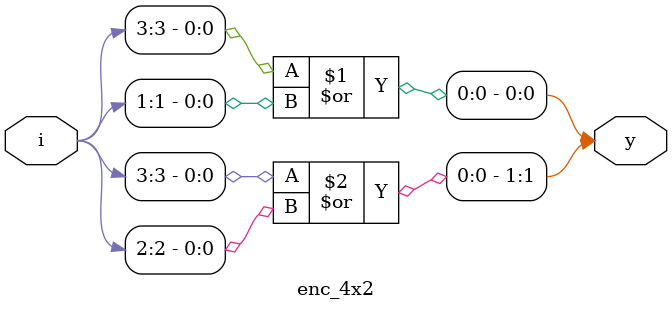
<source format=v>
`timescale 1ns / 1ps


module enc_4x2(
    input [3:0] i,
    output [1:0] y
    );
    
    assign y[0] = i[3] | i[1];
    assign y[1] = i[3] | i[2];
    
endmodule

</source>
